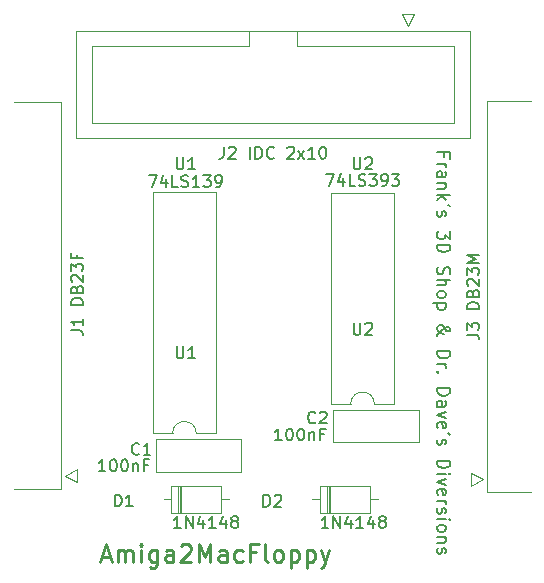
<source format=gbr>
%TF.GenerationSoftware,KiCad,Pcbnew,(5.1.9)-1*%
%TF.CreationDate,2021-07-27T14:06:03-04:00*%
%TF.ProjectId,Amiga2MacFloppy,416d6967-6132-44d6-9163-466c6f707079,1.0*%
%TF.SameCoordinates,Original*%
%TF.FileFunction,Legend,Top*%
%TF.FilePolarity,Positive*%
%FSLAX46Y46*%
G04 Gerber Fmt 4.6, Leading zero omitted, Abs format (unit mm)*
G04 Created by KiCad (PCBNEW (5.1.9)-1) date 2021-07-27 14:06:03*
%MOMM*%
%LPD*%
G01*
G04 APERTURE LIST*
%ADD10C,0.120000*%
%ADD11C,0.250000*%
%ADD12C,0.150000*%
G04 APERTURE END LIST*
D10*
X121767760Y-119492960D02*
X120767760Y-120092960D01*
X121767760Y-120592960D02*
X121767760Y-119492960D01*
X120767760Y-120092960D02*
X121767760Y-120592960D01*
X155167760Y-120992960D02*
X156167760Y-120392960D01*
X155167760Y-119892960D02*
X155167760Y-120992960D01*
X156167760Y-120392960D02*
X155167760Y-119892960D01*
D11*
X123860617Y-126942960D02*
X124574902Y-126942960D01*
X123717760Y-127371531D02*
X124217760Y-125871531D01*
X124717760Y-127371531D01*
X125217760Y-127371531D02*
X125217760Y-126371531D01*
X125217760Y-126514388D02*
X125289188Y-126442960D01*
X125432045Y-126371531D01*
X125646331Y-126371531D01*
X125789188Y-126442960D01*
X125860617Y-126585817D01*
X125860617Y-127371531D01*
X125860617Y-126585817D02*
X125932045Y-126442960D01*
X126074902Y-126371531D01*
X126289188Y-126371531D01*
X126432045Y-126442960D01*
X126503474Y-126585817D01*
X126503474Y-127371531D01*
X127217760Y-127371531D02*
X127217760Y-126371531D01*
X127217760Y-125871531D02*
X127146331Y-125942960D01*
X127217760Y-126014388D01*
X127289188Y-125942960D01*
X127217760Y-125871531D01*
X127217760Y-126014388D01*
X128574902Y-126371531D02*
X128574902Y-127585817D01*
X128503474Y-127728674D01*
X128432045Y-127800102D01*
X128289188Y-127871531D01*
X128074902Y-127871531D01*
X127932045Y-127800102D01*
X128574902Y-127300102D02*
X128432045Y-127371531D01*
X128146331Y-127371531D01*
X128003474Y-127300102D01*
X127932045Y-127228674D01*
X127860617Y-127085817D01*
X127860617Y-126657245D01*
X127932045Y-126514388D01*
X128003474Y-126442960D01*
X128146331Y-126371531D01*
X128432045Y-126371531D01*
X128574902Y-126442960D01*
X129932045Y-127371531D02*
X129932045Y-126585817D01*
X129860617Y-126442960D01*
X129717760Y-126371531D01*
X129432045Y-126371531D01*
X129289188Y-126442960D01*
X129932045Y-127300102D02*
X129789188Y-127371531D01*
X129432045Y-127371531D01*
X129289188Y-127300102D01*
X129217760Y-127157245D01*
X129217760Y-127014388D01*
X129289188Y-126871531D01*
X129432045Y-126800102D01*
X129789188Y-126800102D01*
X129932045Y-126728674D01*
X130574902Y-126014388D02*
X130646331Y-125942960D01*
X130789188Y-125871531D01*
X131146331Y-125871531D01*
X131289188Y-125942960D01*
X131360617Y-126014388D01*
X131432045Y-126157245D01*
X131432045Y-126300102D01*
X131360617Y-126514388D01*
X130503474Y-127371531D01*
X131432045Y-127371531D01*
X132074902Y-127371531D02*
X132074902Y-125871531D01*
X132574902Y-126942960D01*
X133074902Y-125871531D01*
X133074902Y-127371531D01*
X134432045Y-127371531D02*
X134432045Y-126585817D01*
X134360617Y-126442960D01*
X134217760Y-126371531D01*
X133932045Y-126371531D01*
X133789188Y-126442960D01*
X134432045Y-127300102D02*
X134289188Y-127371531D01*
X133932045Y-127371531D01*
X133789188Y-127300102D01*
X133717760Y-127157245D01*
X133717760Y-127014388D01*
X133789188Y-126871531D01*
X133932045Y-126800102D01*
X134289188Y-126800102D01*
X134432045Y-126728674D01*
X135789188Y-127300102D02*
X135646331Y-127371531D01*
X135360617Y-127371531D01*
X135217760Y-127300102D01*
X135146331Y-127228674D01*
X135074902Y-127085817D01*
X135074902Y-126657245D01*
X135146331Y-126514388D01*
X135217760Y-126442960D01*
X135360617Y-126371531D01*
X135646331Y-126371531D01*
X135789188Y-126442960D01*
X136932045Y-126585817D02*
X136432045Y-126585817D01*
X136432045Y-127371531D02*
X136432045Y-125871531D01*
X137146331Y-125871531D01*
X137932045Y-127371531D02*
X137789188Y-127300102D01*
X137717760Y-127157245D01*
X137717760Y-125871531D01*
X138717760Y-127371531D02*
X138574902Y-127300102D01*
X138503474Y-127228674D01*
X138432045Y-127085817D01*
X138432045Y-126657245D01*
X138503474Y-126514388D01*
X138574902Y-126442960D01*
X138717760Y-126371531D01*
X138932045Y-126371531D01*
X139074902Y-126442960D01*
X139146331Y-126514388D01*
X139217760Y-126657245D01*
X139217760Y-127085817D01*
X139146331Y-127228674D01*
X139074902Y-127300102D01*
X138932045Y-127371531D01*
X138717760Y-127371531D01*
X139860617Y-126371531D02*
X139860617Y-127871531D01*
X139860617Y-126442960D02*
X140003474Y-126371531D01*
X140289188Y-126371531D01*
X140432045Y-126442960D01*
X140503474Y-126514388D01*
X140574902Y-126657245D01*
X140574902Y-127085817D01*
X140503474Y-127228674D01*
X140432045Y-127300102D01*
X140289188Y-127371531D01*
X140003474Y-127371531D01*
X139860617Y-127300102D01*
X141217760Y-126371531D02*
X141217760Y-127871531D01*
X141217760Y-126442960D02*
X141360617Y-126371531D01*
X141646331Y-126371531D01*
X141789188Y-126442960D01*
X141860617Y-126514388D01*
X141932045Y-126657245D01*
X141932045Y-127085817D01*
X141860617Y-127228674D01*
X141789188Y-127300102D01*
X141646331Y-127371531D01*
X141360617Y-127371531D01*
X141217760Y-127300102D01*
X142432045Y-126371531D02*
X142789188Y-127371531D01*
X143146331Y-126371531D02*
X142789188Y-127371531D01*
X142646331Y-127728674D01*
X142574902Y-127800102D01*
X142432045Y-127871531D01*
D12*
X152846331Y-93088198D02*
X152846331Y-92721531D01*
X152270140Y-92721531D02*
X153370140Y-92721531D01*
X153370140Y-93245340D01*
X152270140Y-93664388D02*
X153003474Y-93664388D01*
X152793950Y-93664388D02*
X152898712Y-93716769D01*
X152951093Y-93769150D01*
X153003474Y-93873912D01*
X153003474Y-93978674D01*
X152270140Y-94816769D02*
X152846331Y-94816769D01*
X152951093Y-94764388D01*
X153003474Y-94659626D01*
X153003474Y-94450102D01*
X152951093Y-94345340D01*
X152322521Y-94816769D02*
X152270140Y-94712007D01*
X152270140Y-94450102D01*
X152322521Y-94345340D01*
X152427283Y-94292960D01*
X152532045Y-94292960D01*
X152636807Y-94345340D01*
X152689188Y-94450102D01*
X152689188Y-94712007D01*
X152741569Y-94816769D01*
X153003474Y-95340579D02*
X152270140Y-95340579D01*
X152898712Y-95340579D02*
X152951093Y-95392960D01*
X153003474Y-95497721D01*
X153003474Y-95654864D01*
X152951093Y-95759626D01*
X152846331Y-95812007D01*
X152270140Y-95812007D01*
X152270140Y-96335817D02*
X153370140Y-96335817D01*
X152689188Y-96440579D02*
X152270140Y-96754864D01*
X153003474Y-96754864D02*
X152584426Y-96335817D01*
X153370140Y-97278674D02*
X153160617Y-97173912D01*
X152322521Y-97697721D02*
X152270140Y-97802483D01*
X152270140Y-98012007D01*
X152322521Y-98116769D01*
X152427283Y-98169150D01*
X152479664Y-98169150D01*
X152584426Y-98116769D01*
X152636807Y-98012007D01*
X152636807Y-97854864D01*
X152689188Y-97750102D01*
X152793950Y-97697721D01*
X152846331Y-97697721D01*
X152951093Y-97750102D01*
X153003474Y-97854864D01*
X153003474Y-98012007D01*
X152951093Y-98116769D01*
X153370140Y-99373912D02*
X153370140Y-100054864D01*
X152951093Y-99688198D01*
X152951093Y-99845340D01*
X152898712Y-99950102D01*
X152846331Y-100002483D01*
X152741569Y-100054864D01*
X152479664Y-100054864D01*
X152374902Y-100002483D01*
X152322521Y-99950102D01*
X152270140Y-99845340D01*
X152270140Y-99531055D01*
X152322521Y-99426293D01*
X152374902Y-99373912D01*
X152270140Y-100526293D02*
X153370140Y-100526293D01*
X153370140Y-100788198D01*
X153317760Y-100945340D01*
X153212998Y-101050102D01*
X153108236Y-101102483D01*
X152898712Y-101154864D01*
X152741569Y-101154864D01*
X152532045Y-101102483D01*
X152427283Y-101050102D01*
X152322521Y-100945340D01*
X152270140Y-100788198D01*
X152270140Y-100526293D01*
X152322521Y-102412007D02*
X152270140Y-102569150D01*
X152270140Y-102831055D01*
X152322521Y-102935817D01*
X152374902Y-102988198D01*
X152479664Y-103040579D01*
X152584426Y-103040579D01*
X152689188Y-102988198D01*
X152741569Y-102935817D01*
X152793950Y-102831055D01*
X152846331Y-102621531D01*
X152898712Y-102516769D01*
X152951093Y-102464388D01*
X153055855Y-102412007D01*
X153160617Y-102412007D01*
X153265379Y-102464388D01*
X153317760Y-102516769D01*
X153370140Y-102621531D01*
X153370140Y-102883436D01*
X153317760Y-103040579D01*
X152270140Y-103512007D02*
X153370140Y-103512007D01*
X152270140Y-103983436D02*
X152846331Y-103983436D01*
X152951093Y-103931055D01*
X153003474Y-103826293D01*
X153003474Y-103669150D01*
X152951093Y-103564388D01*
X152898712Y-103512007D01*
X152270140Y-104664388D02*
X152322521Y-104559626D01*
X152374902Y-104507245D01*
X152479664Y-104454864D01*
X152793950Y-104454864D01*
X152898712Y-104507245D01*
X152951093Y-104559626D01*
X153003474Y-104664388D01*
X153003474Y-104821531D01*
X152951093Y-104926293D01*
X152898712Y-104978674D01*
X152793950Y-105031055D01*
X152479664Y-105031055D01*
X152374902Y-104978674D01*
X152322521Y-104926293D01*
X152270140Y-104821531D01*
X152270140Y-104664388D01*
X153003474Y-105502483D02*
X151903474Y-105502483D01*
X152951093Y-105502483D02*
X153003474Y-105607245D01*
X153003474Y-105816769D01*
X152951093Y-105921531D01*
X152898712Y-105973912D01*
X152793950Y-106026293D01*
X152479664Y-106026293D01*
X152374902Y-105973912D01*
X152322521Y-105921531D01*
X152270140Y-105816769D01*
X152270140Y-105607245D01*
X152322521Y-105502483D01*
X152270140Y-108226293D02*
X152270140Y-108173912D01*
X152322521Y-108069150D01*
X152479664Y-107912007D01*
X152793950Y-107650102D01*
X152951093Y-107545340D01*
X153108236Y-107492960D01*
X153212998Y-107492960D01*
X153317760Y-107545340D01*
X153370140Y-107650102D01*
X153370140Y-107702483D01*
X153317760Y-107807245D01*
X153212998Y-107859626D01*
X153160617Y-107859626D01*
X153055855Y-107807245D01*
X153003474Y-107754864D01*
X152793950Y-107440579D01*
X152741569Y-107388198D01*
X152636807Y-107335817D01*
X152479664Y-107335817D01*
X152374902Y-107388198D01*
X152322521Y-107440579D01*
X152270140Y-107545340D01*
X152270140Y-107702483D01*
X152322521Y-107807245D01*
X152374902Y-107859626D01*
X152584426Y-108016769D01*
X152741569Y-108069150D01*
X152846331Y-108069150D01*
X152270140Y-109535817D02*
X153370140Y-109535817D01*
X153370140Y-109797721D01*
X153317760Y-109954864D01*
X153212998Y-110059626D01*
X153108236Y-110112007D01*
X152898712Y-110164388D01*
X152741569Y-110164388D01*
X152532045Y-110112007D01*
X152427283Y-110059626D01*
X152322521Y-109954864D01*
X152270140Y-109797721D01*
X152270140Y-109535817D01*
X152270140Y-110635817D02*
X153003474Y-110635817D01*
X152793950Y-110635817D02*
X152898712Y-110688198D01*
X152951093Y-110740579D01*
X153003474Y-110845340D01*
X153003474Y-110950102D01*
X152374902Y-111316769D02*
X152322521Y-111369150D01*
X152270140Y-111316769D01*
X152322521Y-111264388D01*
X152374902Y-111316769D01*
X152270140Y-111316769D01*
X152270140Y-112678674D02*
X153370140Y-112678674D01*
X153370140Y-112940579D01*
X153317760Y-113097721D01*
X153212998Y-113202483D01*
X153108236Y-113254864D01*
X152898712Y-113307245D01*
X152741569Y-113307245D01*
X152532045Y-113254864D01*
X152427283Y-113202483D01*
X152322521Y-113097721D01*
X152270140Y-112940579D01*
X152270140Y-112678674D01*
X152270140Y-114250102D02*
X152846331Y-114250102D01*
X152951093Y-114197721D01*
X153003474Y-114092960D01*
X153003474Y-113883436D01*
X152951093Y-113778674D01*
X152322521Y-114250102D02*
X152270140Y-114145340D01*
X152270140Y-113883436D01*
X152322521Y-113778674D01*
X152427283Y-113726293D01*
X152532045Y-113726293D01*
X152636807Y-113778674D01*
X152689188Y-113883436D01*
X152689188Y-114145340D01*
X152741569Y-114250102D01*
X153003474Y-114669150D02*
X152270140Y-114931055D01*
X153003474Y-115192960D01*
X152322521Y-116031055D02*
X152270140Y-115926293D01*
X152270140Y-115716769D01*
X152322521Y-115612007D01*
X152427283Y-115559626D01*
X152846331Y-115559626D01*
X152951093Y-115612007D01*
X153003474Y-115716769D01*
X153003474Y-115926293D01*
X152951093Y-116031055D01*
X152846331Y-116083436D01*
X152741569Y-116083436D01*
X152636807Y-115559626D01*
X153370140Y-116607245D02*
X153160617Y-116502483D01*
X152322521Y-117026293D02*
X152270140Y-117131055D01*
X152270140Y-117340579D01*
X152322521Y-117445340D01*
X152427283Y-117497721D01*
X152479664Y-117497721D01*
X152584426Y-117445340D01*
X152636807Y-117340579D01*
X152636807Y-117183436D01*
X152689188Y-117078674D01*
X152793950Y-117026293D01*
X152846331Y-117026293D01*
X152951093Y-117078674D01*
X153003474Y-117183436D01*
X153003474Y-117340579D01*
X152951093Y-117445340D01*
X152270140Y-118807245D02*
X153370140Y-118807245D01*
X153370140Y-119069150D01*
X153317760Y-119226293D01*
X153212998Y-119331055D01*
X153108236Y-119383436D01*
X152898712Y-119435817D01*
X152741569Y-119435817D01*
X152532045Y-119383436D01*
X152427283Y-119331055D01*
X152322521Y-119226293D01*
X152270140Y-119069150D01*
X152270140Y-118807245D01*
X152270140Y-119907245D02*
X153003474Y-119907245D01*
X153370140Y-119907245D02*
X153317760Y-119854864D01*
X153265379Y-119907245D01*
X153317760Y-119959626D01*
X153370140Y-119907245D01*
X153265379Y-119907245D01*
X153003474Y-120326293D02*
X152270140Y-120588198D01*
X153003474Y-120850102D01*
X152322521Y-121688198D02*
X152270140Y-121583436D01*
X152270140Y-121373912D01*
X152322521Y-121269150D01*
X152427283Y-121216769D01*
X152846331Y-121216769D01*
X152951093Y-121269150D01*
X153003474Y-121373912D01*
X153003474Y-121583436D01*
X152951093Y-121688198D01*
X152846331Y-121740579D01*
X152741569Y-121740579D01*
X152636807Y-121216769D01*
X152270140Y-122212007D02*
X153003474Y-122212007D01*
X152793950Y-122212007D02*
X152898712Y-122264388D01*
X152951093Y-122316769D01*
X153003474Y-122421531D01*
X153003474Y-122526293D01*
X152322521Y-122840579D02*
X152270140Y-122945340D01*
X152270140Y-123154864D01*
X152322521Y-123259626D01*
X152427283Y-123312007D01*
X152479664Y-123312007D01*
X152584426Y-123259626D01*
X152636807Y-123154864D01*
X152636807Y-122997721D01*
X152689188Y-122892959D01*
X152793950Y-122840579D01*
X152846331Y-122840579D01*
X152951093Y-122892959D01*
X153003474Y-122997721D01*
X153003474Y-123154864D01*
X152951093Y-123259626D01*
X152270140Y-123783436D02*
X153003474Y-123783436D01*
X153370140Y-123783436D02*
X153317760Y-123731055D01*
X153265379Y-123783436D01*
X153317760Y-123835817D01*
X153370140Y-123783436D01*
X153265379Y-123783436D01*
X152270140Y-124464388D02*
X152322521Y-124359626D01*
X152374902Y-124307245D01*
X152479664Y-124254864D01*
X152793950Y-124254864D01*
X152898712Y-124307245D01*
X152951093Y-124359626D01*
X153003474Y-124464388D01*
X153003474Y-124621531D01*
X152951093Y-124726293D01*
X152898712Y-124778674D01*
X152793950Y-124831055D01*
X152479664Y-124831055D01*
X152374902Y-124778674D01*
X152322521Y-124726293D01*
X152270140Y-124621531D01*
X152270140Y-124464388D01*
X153003474Y-125302483D02*
X152270140Y-125302483D01*
X152898712Y-125302483D02*
X152951093Y-125354864D01*
X153003474Y-125459626D01*
X153003474Y-125616769D01*
X152951093Y-125721531D01*
X152846331Y-125773912D01*
X152270140Y-125773912D01*
X152322521Y-126245340D02*
X152270140Y-126350102D01*
X152270140Y-126559626D01*
X152322521Y-126664388D01*
X152427283Y-126716769D01*
X152479664Y-126716769D01*
X152584426Y-126664388D01*
X152636807Y-126559626D01*
X152636807Y-126402483D01*
X152689188Y-126297721D01*
X152793950Y-126245340D01*
X152846331Y-126245340D01*
X152951093Y-126297721D01*
X153003474Y-126402483D01*
X153003474Y-126559626D01*
X152951093Y-126664388D01*
D10*
%TO.C,J3*%
X160208000Y-88405667D02*
X156468000Y-88405667D01*
X156468000Y-88405667D02*
X156468000Y-121472333D01*
X156468000Y-121472333D02*
X160208000Y-121472333D01*
%TO.C,J1*%
X120444000Y-88420667D02*
X116412000Y-88420667D01*
X120444000Y-121233333D02*
X120444000Y-88420667D01*
X116412000Y-121233333D02*
X120444000Y-121233333D01*
%TO.C,D2*%
X142958000Y-120973000D02*
X142958000Y-123213000D01*
X143198000Y-120973000D02*
X143198000Y-123213000D01*
X143078000Y-120973000D02*
X143078000Y-123213000D01*
X147248000Y-122093000D02*
X146598000Y-122093000D01*
X141708000Y-122093000D02*
X142358000Y-122093000D01*
X146598000Y-120973000D02*
X142358000Y-120973000D01*
X146598000Y-123213000D02*
X146598000Y-120973000D01*
X142358000Y-123213000D02*
X146598000Y-123213000D01*
X142358000Y-120973000D02*
X142358000Y-123213000D01*
%TO.C,D1*%
X130358000Y-120973000D02*
X130358000Y-123213000D01*
X130598000Y-120973000D02*
X130598000Y-123213000D01*
X130478000Y-120973000D02*
X130478000Y-123213000D01*
X134648000Y-122093000D02*
X133998000Y-122093000D01*
X129108000Y-122093000D02*
X129758000Y-122093000D01*
X133998000Y-120973000D02*
X129758000Y-120973000D01*
X133998000Y-123213000D02*
X133998000Y-120973000D01*
X129758000Y-123213000D02*
X133998000Y-123213000D01*
X129758000Y-120973000D02*
X129758000Y-123213000D01*
%TO.C,C1*%
X135688000Y-117023000D02*
X135688000Y-119763000D01*
X128448000Y-117023000D02*
X128448000Y-119763000D01*
X128448000Y-119763000D02*
X135688000Y-119763000D01*
X128448000Y-117023000D02*
X135688000Y-117023000D01*
%TO.C,C2*%
X150688000Y-114523000D02*
X150688000Y-117263000D01*
X143448000Y-114523000D02*
X143448000Y-117263000D01*
X143448000Y-117263000D02*
X150688000Y-117263000D01*
X143448000Y-114523000D02*
X150688000Y-114523000D01*
%TO.C,J2*%
X155010000Y-82403000D02*
X155010000Y-91523000D01*
X155010000Y-91523000D02*
X121730000Y-91523000D01*
X121730000Y-91523000D02*
X121730000Y-82403000D01*
X121730000Y-82403000D02*
X155010000Y-82403000D01*
X140420000Y-82403000D02*
X140420000Y-83713000D01*
X140420000Y-83713000D02*
X153710000Y-83713000D01*
X153710000Y-83713000D02*
X153710000Y-90213000D01*
X153710000Y-90213000D02*
X123030000Y-90213000D01*
X123030000Y-90213000D02*
X123030000Y-83713000D01*
X123030000Y-83713000D02*
X136320000Y-83713000D01*
X136320000Y-83713000D02*
X136320000Y-83713000D01*
X136320000Y-83713000D02*
X136320000Y-82403000D01*
X149800000Y-82013000D02*
X150300000Y-81013000D01*
X150300000Y-81013000D02*
X149300000Y-81013000D01*
X149300000Y-81013000D02*
X149800000Y-82013000D01*
%TO.C,U2*%
X143297000Y-114014000D02*
X144947000Y-114014000D01*
X143297000Y-96114000D02*
X143297000Y-114014000D01*
X148597000Y-96114000D02*
X143297000Y-96114000D01*
X148597000Y-114014000D02*
X148597000Y-96114000D01*
X146947000Y-114014000D02*
X148597000Y-114014000D01*
X144947000Y-114014000D02*
G75*
G02*
X146947000Y-114014000I1000000J0D01*
G01*
%TO.C,U1*%
X128214000Y-116498000D02*
X129864000Y-116498000D01*
X128214000Y-96058000D02*
X128214000Y-116498000D01*
X133514000Y-96058000D02*
X128214000Y-96058000D01*
X133514000Y-116498000D02*
X133514000Y-96058000D01*
X131864000Y-116498000D02*
X133514000Y-116498000D01*
X129864000Y-116498000D02*
G75*
G02*
X131864000Y-116498000I1000000J0D01*
G01*
%TO.C,J3*%
D12*
X154811380Y-108141495D02*
X155525666Y-108141495D01*
X155668523Y-108189114D01*
X155763761Y-108284352D01*
X155811380Y-108427209D01*
X155811380Y-108522447D01*
X154811380Y-107760542D02*
X154811380Y-107141495D01*
X155192333Y-107474828D01*
X155192333Y-107331971D01*
X155239952Y-107236733D01*
X155287571Y-107189114D01*
X155382809Y-107141495D01*
X155620904Y-107141495D01*
X155716142Y-107189114D01*
X155763761Y-107236733D01*
X155811380Y-107331971D01*
X155811380Y-107617685D01*
X155763761Y-107712923D01*
X155716142Y-107760542D01*
X155811380Y-105951019D02*
X154811380Y-105951019D01*
X154811380Y-105712923D01*
X154859000Y-105570066D01*
X154954238Y-105474828D01*
X155049476Y-105427209D01*
X155239952Y-105379590D01*
X155382809Y-105379590D01*
X155573285Y-105427209D01*
X155668523Y-105474828D01*
X155763761Y-105570066D01*
X155811380Y-105712923D01*
X155811380Y-105951019D01*
X155287571Y-104617685D02*
X155335190Y-104474828D01*
X155382809Y-104427209D01*
X155478047Y-104379590D01*
X155620904Y-104379590D01*
X155716142Y-104427209D01*
X155763761Y-104474828D01*
X155811380Y-104570066D01*
X155811380Y-104951019D01*
X154811380Y-104951019D01*
X154811380Y-104617685D01*
X154859000Y-104522447D01*
X154906619Y-104474828D01*
X155001857Y-104427209D01*
X155097095Y-104427209D01*
X155192333Y-104474828D01*
X155239952Y-104522447D01*
X155287571Y-104617685D01*
X155287571Y-104951019D01*
X154906619Y-103998638D02*
X154859000Y-103951019D01*
X154811380Y-103855780D01*
X154811380Y-103617685D01*
X154859000Y-103522447D01*
X154906619Y-103474828D01*
X155001857Y-103427209D01*
X155097095Y-103427209D01*
X155239952Y-103474828D01*
X155811380Y-104046257D01*
X155811380Y-103427209D01*
X154811380Y-103093876D02*
X154811380Y-102474828D01*
X155192333Y-102808161D01*
X155192333Y-102665304D01*
X155239952Y-102570066D01*
X155287571Y-102522447D01*
X155382809Y-102474828D01*
X155620904Y-102474828D01*
X155716142Y-102522447D01*
X155763761Y-102570066D01*
X155811380Y-102665304D01*
X155811380Y-102951019D01*
X155763761Y-103046257D01*
X155716142Y-103093876D01*
X155811380Y-102046257D02*
X154811380Y-102046257D01*
X155525666Y-101712923D01*
X154811380Y-101379590D01*
X155811380Y-101379590D01*
%TO.C,J1*%
X121269480Y-107790138D02*
X121983766Y-107790138D01*
X122126623Y-107837757D01*
X122221861Y-107932995D01*
X122269480Y-108075852D01*
X122269480Y-108171090D01*
X122269480Y-106790138D02*
X122269480Y-107361566D01*
X122269480Y-107075852D02*
X121269480Y-107075852D01*
X121412338Y-107171090D01*
X121507576Y-107266328D01*
X121555195Y-107361566D01*
X122269480Y-105599661D02*
X121269480Y-105599661D01*
X121269480Y-105361566D01*
X121317100Y-105218709D01*
X121412338Y-105123471D01*
X121507576Y-105075852D01*
X121698052Y-105028233D01*
X121840909Y-105028233D01*
X122031385Y-105075852D01*
X122126623Y-105123471D01*
X122221861Y-105218709D01*
X122269480Y-105361566D01*
X122269480Y-105599661D01*
X121745671Y-104266328D02*
X121793290Y-104123471D01*
X121840909Y-104075852D01*
X121936147Y-104028233D01*
X122079004Y-104028233D01*
X122174242Y-104075852D01*
X122221861Y-104123471D01*
X122269480Y-104218709D01*
X122269480Y-104599661D01*
X121269480Y-104599661D01*
X121269480Y-104266328D01*
X121317100Y-104171090D01*
X121364719Y-104123471D01*
X121459957Y-104075852D01*
X121555195Y-104075852D01*
X121650433Y-104123471D01*
X121698052Y-104171090D01*
X121745671Y-104266328D01*
X121745671Y-104599661D01*
X121364719Y-103647280D02*
X121317100Y-103599661D01*
X121269480Y-103504423D01*
X121269480Y-103266328D01*
X121317100Y-103171090D01*
X121364719Y-103123471D01*
X121459957Y-103075852D01*
X121555195Y-103075852D01*
X121698052Y-103123471D01*
X122269480Y-103694900D01*
X122269480Y-103075852D01*
X121269480Y-102742519D02*
X121269480Y-102123471D01*
X121650433Y-102456804D01*
X121650433Y-102313947D01*
X121698052Y-102218709D01*
X121745671Y-102171090D01*
X121840909Y-102123471D01*
X122079004Y-102123471D01*
X122174242Y-102171090D01*
X122221861Y-102218709D01*
X122269480Y-102313947D01*
X122269480Y-102599661D01*
X122221861Y-102694900D01*
X122174242Y-102742519D01*
X121745671Y-101361566D02*
X121745671Y-101694900D01*
X122269480Y-101694900D02*
X121269480Y-101694900D01*
X121269480Y-101218709D01*
%TO.C,D2*%
X137549904Y-122705380D02*
X137549904Y-121705380D01*
X137788000Y-121705380D01*
X137930857Y-121753000D01*
X138026095Y-121848238D01*
X138073714Y-121943476D01*
X138121333Y-122133952D01*
X138121333Y-122276809D01*
X138073714Y-122467285D01*
X138026095Y-122562523D01*
X137930857Y-122657761D01*
X137788000Y-122705380D01*
X137549904Y-122705380D01*
X138502285Y-121800619D02*
X138549904Y-121753000D01*
X138645142Y-121705380D01*
X138883238Y-121705380D01*
X138978476Y-121753000D01*
X139026095Y-121800619D01*
X139073714Y-121895857D01*
X139073714Y-121991095D01*
X139026095Y-122133952D01*
X138454666Y-122705380D01*
X139073714Y-122705380D01*
X143054902Y-124515340D02*
X142483474Y-124515340D01*
X142769188Y-124515340D02*
X142769188Y-123515340D01*
X142673950Y-123658198D01*
X142578712Y-123753436D01*
X142483474Y-123801055D01*
X143483474Y-124515340D02*
X143483474Y-123515340D01*
X144054902Y-124515340D01*
X144054902Y-123515340D01*
X144959664Y-123848674D02*
X144959664Y-124515340D01*
X144721569Y-123467721D02*
X144483474Y-124182007D01*
X145102521Y-124182007D01*
X146007283Y-124515340D02*
X145435855Y-124515340D01*
X145721569Y-124515340D02*
X145721569Y-123515340D01*
X145626331Y-123658198D01*
X145531093Y-123753436D01*
X145435855Y-123801055D01*
X146864426Y-123848674D02*
X146864426Y-124515340D01*
X146626331Y-123467721D02*
X146388236Y-124182007D01*
X147007283Y-124182007D01*
X147531093Y-123943912D02*
X147435855Y-123896293D01*
X147388236Y-123848674D01*
X147340617Y-123753436D01*
X147340617Y-123705817D01*
X147388236Y-123610579D01*
X147435855Y-123562960D01*
X147531093Y-123515340D01*
X147721569Y-123515340D01*
X147816807Y-123562960D01*
X147864426Y-123610579D01*
X147912045Y-123705817D01*
X147912045Y-123753436D01*
X147864426Y-123848674D01*
X147816807Y-123896293D01*
X147721569Y-123943912D01*
X147531093Y-123943912D01*
X147435855Y-123991531D01*
X147388236Y-124039150D01*
X147340617Y-124134388D01*
X147340617Y-124324864D01*
X147388236Y-124420102D01*
X147435855Y-124467721D01*
X147531093Y-124515340D01*
X147721569Y-124515340D01*
X147816807Y-124467721D01*
X147864426Y-124420102D01*
X147912045Y-124324864D01*
X147912045Y-124134388D01*
X147864426Y-124039150D01*
X147816807Y-123991531D01*
X147721569Y-123943912D01*
%TO.C,D1*%
X124969904Y-122695380D02*
X124969904Y-121695380D01*
X125208000Y-121695380D01*
X125350857Y-121743000D01*
X125446095Y-121838238D01*
X125493714Y-121933476D01*
X125541333Y-122123952D01*
X125541333Y-122266809D01*
X125493714Y-122457285D01*
X125446095Y-122552523D01*
X125350857Y-122647761D01*
X125208000Y-122695380D01*
X124969904Y-122695380D01*
X126493714Y-122695380D02*
X125922285Y-122695380D01*
X126208000Y-122695380D02*
X126208000Y-121695380D01*
X126112761Y-121838238D01*
X126017523Y-121933476D01*
X125922285Y-121981095D01*
X130554902Y-124515340D02*
X129983474Y-124515340D01*
X130269188Y-124515340D02*
X130269188Y-123515340D01*
X130173950Y-123658198D01*
X130078712Y-123753436D01*
X129983474Y-123801055D01*
X130983474Y-124515340D02*
X130983474Y-123515340D01*
X131554902Y-124515340D01*
X131554902Y-123515340D01*
X132459664Y-123848674D02*
X132459664Y-124515340D01*
X132221569Y-123467721D02*
X131983474Y-124182007D01*
X132602521Y-124182007D01*
X133507283Y-124515340D02*
X132935855Y-124515340D01*
X133221569Y-124515340D02*
X133221569Y-123515340D01*
X133126331Y-123658198D01*
X133031093Y-123753436D01*
X132935855Y-123801055D01*
X134364426Y-123848674D02*
X134364426Y-124515340D01*
X134126331Y-123467721D02*
X133888236Y-124182007D01*
X134507283Y-124182007D01*
X135031093Y-123943912D02*
X134935855Y-123896293D01*
X134888236Y-123848674D01*
X134840617Y-123753436D01*
X134840617Y-123705817D01*
X134888236Y-123610579D01*
X134935855Y-123562960D01*
X135031093Y-123515340D01*
X135221569Y-123515340D01*
X135316807Y-123562960D01*
X135364426Y-123610579D01*
X135412045Y-123705817D01*
X135412045Y-123753436D01*
X135364426Y-123848674D01*
X135316807Y-123896293D01*
X135221569Y-123943912D01*
X135031093Y-123943912D01*
X134935855Y-123991531D01*
X134888236Y-124039150D01*
X134840617Y-124134388D01*
X134840617Y-124324864D01*
X134888236Y-124420102D01*
X134935855Y-124467721D01*
X135031093Y-124515340D01*
X135221569Y-124515340D01*
X135316807Y-124467721D01*
X135364426Y-124420102D01*
X135412045Y-124324864D01*
X135412045Y-124134388D01*
X135364426Y-124039150D01*
X135316807Y-123991531D01*
X135221569Y-123943912D01*
%TO.C,C1*%
X127031093Y-118230102D02*
X126983474Y-118277721D01*
X126840617Y-118325340D01*
X126745379Y-118325340D01*
X126602521Y-118277721D01*
X126507283Y-118182483D01*
X126459664Y-118087245D01*
X126412045Y-117896769D01*
X126412045Y-117753912D01*
X126459664Y-117563436D01*
X126507283Y-117468198D01*
X126602521Y-117372960D01*
X126745379Y-117325340D01*
X126840617Y-117325340D01*
X126983474Y-117372960D01*
X127031093Y-117420579D01*
X127983474Y-118325340D02*
X127412045Y-118325340D01*
X127697760Y-118325340D02*
X127697760Y-117325340D01*
X127602521Y-117468198D01*
X127507283Y-117563436D01*
X127412045Y-117611055D01*
X124180140Y-119705340D02*
X123608712Y-119705340D01*
X123894426Y-119705340D02*
X123894426Y-118705340D01*
X123799188Y-118848198D01*
X123703950Y-118943436D01*
X123608712Y-118991055D01*
X124799188Y-118705340D02*
X124894426Y-118705340D01*
X124989664Y-118752960D01*
X125037283Y-118800579D01*
X125084902Y-118895817D01*
X125132521Y-119086293D01*
X125132521Y-119324388D01*
X125084902Y-119514864D01*
X125037283Y-119610102D01*
X124989664Y-119657721D01*
X124894426Y-119705340D01*
X124799188Y-119705340D01*
X124703950Y-119657721D01*
X124656331Y-119610102D01*
X124608712Y-119514864D01*
X124561093Y-119324388D01*
X124561093Y-119086293D01*
X124608712Y-118895817D01*
X124656331Y-118800579D01*
X124703950Y-118752960D01*
X124799188Y-118705340D01*
X125751569Y-118705340D02*
X125846807Y-118705340D01*
X125942045Y-118752960D01*
X125989664Y-118800579D01*
X126037283Y-118895817D01*
X126084902Y-119086293D01*
X126084902Y-119324388D01*
X126037283Y-119514864D01*
X125989664Y-119610102D01*
X125942045Y-119657721D01*
X125846807Y-119705340D01*
X125751569Y-119705340D01*
X125656331Y-119657721D01*
X125608712Y-119610102D01*
X125561093Y-119514864D01*
X125513474Y-119324388D01*
X125513474Y-119086293D01*
X125561093Y-118895817D01*
X125608712Y-118800579D01*
X125656331Y-118752960D01*
X125751569Y-118705340D01*
X126513474Y-119038674D02*
X126513474Y-119705340D01*
X126513474Y-119133912D02*
X126561093Y-119086293D01*
X126656331Y-119038674D01*
X126799188Y-119038674D01*
X126894426Y-119086293D01*
X126942045Y-119181531D01*
X126942045Y-119705340D01*
X127751569Y-119181531D02*
X127418236Y-119181531D01*
X127418236Y-119705340D02*
X127418236Y-118705340D01*
X127894426Y-118705340D01*
%TO.C,C2*%
X141951093Y-115570102D02*
X141903474Y-115617721D01*
X141760617Y-115665340D01*
X141665379Y-115665340D01*
X141522521Y-115617721D01*
X141427283Y-115522483D01*
X141379664Y-115427245D01*
X141332045Y-115236769D01*
X141332045Y-115093912D01*
X141379664Y-114903436D01*
X141427283Y-114808198D01*
X141522521Y-114712960D01*
X141665379Y-114665340D01*
X141760617Y-114665340D01*
X141903474Y-114712960D01*
X141951093Y-114760579D01*
X142332045Y-114760579D02*
X142379664Y-114712960D01*
X142474902Y-114665340D01*
X142712998Y-114665340D01*
X142808236Y-114712960D01*
X142855855Y-114760579D01*
X142903474Y-114855817D01*
X142903474Y-114951055D01*
X142855855Y-115093912D01*
X142284426Y-115665340D01*
X142903474Y-115665340D01*
X139100140Y-117095340D02*
X138528712Y-117095340D01*
X138814426Y-117095340D02*
X138814426Y-116095340D01*
X138719188Y-116238198D01*
X138623950Y-116333436D01*
X138528712Y-116381055D01*
X139719188Y-116095340D02*
X139814426Y-116095340D01*
X139909664Y-116142960D01*
X139957283Y-116190579D01*
X140004902Y-116285817D01*
X140052521Y-116476293D01*
X140052521Y-116714388D01*
X140004902Y-116904864D01*
X139957283Y-117000102D01*
X139909664Y-117047721D01*
X139814426Y-117095340D01*
X139719188Y-117095340D01*
X139623950Y-117047721D01*
X139576331Y-117000102D01*
X139528712Y-116904864D01*
X139481093Y-116714388D01*
X139481093Y-116476293D01*
X139528712Y-116285817D01*
X139576331Y-116190579D01*
X139623950Y-116142960D01*
X139719188Y-116095340D01*
X140671569Y-116095340D02*
X140766807Y-116095340D01*
X140862045Y-116142960D01*
X140909664Y-116190579D01*
X140957283Y-116285817D01*
X141004902Y-116476293D01*
X141004902Y-116714388D01*
X140957283Y-116904864D01*
X140909664Y-117000102D01*
X140862045Y-117047721D01*
X140766807Y-117095340D01*
X140671569Y-117095340D01*
X140576331Y-117047721D01*
X140528712Y-117000102D01*
X140481093Y-116904864D01*
X140433474Y-116714388D01*
X140433474Y-116476293D01*
X140481093Y-116285817D01*
X140528712Y-116190579D01*
X140576331Y-116142960D01*
X140671569Y-116095340D01*
X141433474Y-116428674D02*
X141433474Y-117095340D01*
X141433474Y-116523912D02*
X141481093Y-116476293D01*
X141576331Y-116428674D01*
X141719188Y-116428674D01*
X141814426Y-116476293D01*
X141862045Y-116571531D01*
X141862045Y-117095340D01*
X142671569Y-116571531D02*
X142338236Y-116571531D01*
X142338236Y-117095340D02*
X142338236Y-116095340D01*
X142814426Y-116095340D01*
%TO.C,J2*%
X134203333Y-92245340D02*
X134203333Y-92959626D01*
X134155714Y-93102483D01*
X134060476Y-93197721D01*
X133917619Y-93245340D01*
X133822380Y-93245340D01*
X134631904Y-92340579D02*
X134679523Y-92292960D01*
X134774761Y-92245340D01*
X135012857Y-92245340D01*
X135108095Y-92292960D01*
X135155714Y-92340579D01*
X135203333Y-92435817D01*
X135203333Y-92531055D01*
X135155714Y-92673912D01*
X134584285Y-93245340D01*
X135203333Y-93245340D01*
X136393809Y-93245340D02*
X136393809Y-92245340D01*
X136870000Y-93245340D02*
X136870000Y-92245340D01*
X137108095Y-92245340D01*
X137250952Y-92292960D01*
X137346190Y-92388198D01*
X137393809Y-92483436D01*
X137441428Y-92673912D01*
X137441428Y-92816769D01*
X137393809Y-93007245D01*
X137346190Y-93102483D01*
X137250952Y-93197721D01*
X137108095Y-93245340D01*
X136870000Y-93245340D01*
X138441428Y-93150102D02*
X138393809Y-93197721D01*
X138250952Y-93245340D01*
X138155714Y-93245340D01*
X138012857Y-93197721D01*
X137917619Y-93102483D01*
X137870000Y-93007245D01*
X137822380Y-92816769D01*
X137822380Y-92673912D01*
X137870000Y-92483436D01*
X137917619Y-92388198D01*
X138012857Y-92292960D01*
X138155714Y-92245340D01*
X138250952Y-92245340D01*
X138393809Y-92292960D01*
X138441428Y-92340579D01*
X139584285Y-92340579D02*
X139631904Y-92292960D01*
X139727142Y-92245340D01*
X139965238Y-92245340D01*
X140060476Y-92292960D01*
X140108095Y-92340579D01*
X140155714Y-92435817D01*
X140155714Y-92531055D01*
X140108095Y-92673912D01*
X139536666Y-93245340D01*
X140155714Y-93245340D01*
X140489047Y-93245340D02*
X141012857Y-92578674D01*
X140489047Y-92578674D02*
X141012857Y-93245340D01*
X141917619Y-93245340D02*
X141346190Y-93245340D01*
X141631904Y-93245340D02*
X141631904Y-92245340D01*
X141536666Y-92388198D01*
X141441428Y-92483436D01*
X141346190Y-92531055D01*
X142536666Y-92245340D02*
X142631904Y-92245340D01*
X142727142Y-92292960D01*
X142774761Y-92340579D01*
X142822380Y-92435817D01*
X142870000Y-92626293D01*
X142870000Y-92864388D01*
X142822380Y-93054864D01*
X142774761Y-93150102D01*
X142727142Y-93197721D01*
X142631904Y-93245340D01*
X142536666Y-93245340D01*
X142441428Y-93197721D01*
X142393809Y-93150102D01*
X142346190Y-93054864D01*
X142298571Y-92864388D01*
X142298571Y-92626293D01*
X142346190Y-92435817D01*
X142393809Y-92340579D01*
X142441428Y-92292960D01*
X142536666Y-92245340D01*
%TO.C,U2*%
X145185095Y-93145340D02*
X145185095Y-93954864D01*
X145232714Y-94050102D01*
X145280333Y-94097721D01*
X145375571Y-94145340D01*
X145566047Y-94145340D01*
X145661285Y-94097721D01*
X145708904Y-94050102D01*
X145756523Y-93954864D01*
X145756523Y-93145340D01*
X146185095Y-93240579D02*
X146232714Y-93192960D01*
X146327952Y-93145340D01*
X146566047Y-93145340D01*
X146661285Y-93192960D01*
X146708904Y-93240579D01*
X146756523Y-93335817D01*
X146756523Y-93431055D01*
X146708904Y-93573912D01*
X146137476Y-94145340D01*
X146756523Y-94145340D01*
X142848712Y-94545340D02*
X143515379Y-94545340D01*
X143086807Y-95545340D01*
X144324902Y-94878674D02*
X144324902Y-95545340D01*
X144086807Y-94497721D02*
X143848712Y-95212007D01*
X144467760Y-95212007D01*
X145324902Y-95545340D02*
X144848712Y-95545340D01*
X144848712Y-94545340D01*
X145610617Y-95497721D02*
X145753474Y-95545340D01*
X145991569Y-95545340D01*
X146086807Y-95497721D01*
X146134426Y-95450102D01*
X146182045Y-95354864D01*
X146182045Y-95259626D01*
X146134426Y-95164388D01*
X146086807Y-95116769D01*
X145991569Y-95069150D01*
X145801093Y-95021531D01*
X145705855Y-94973912D01*
X145658236Y-94926293D01*
X145610617Y-94831055D01*
X145610617Y-94735817D01*
X145658236Y-94640579D01*
X145705855Y-94592960D01*
X145801093Y-94545340D01*
X146039188Y-94545340D01*
X146182045Y-94592960D01*
X146515379Y-94545340D02*
X147134426Y-94545340D01*
X146801093Y-94926293D01*
X146943950Y-94926293D01*
X147039188Y-94973912D01*
X147086807Y-95021531D01*
X147134426Y-95116769D01*
X147134426Y-95354864D01*
X147086807Y-95450102D01*
X147039188Y-95497721D01*
X146943950Y-95545340D01*
X146658236Y-95545340D01*
X146562998Y-95497721D01*
X146515379Y-95450102D01*
X147610617Y-95545340D02*
X147801093Y-95545340D01*
X147896331Y-95497721D01*
X147943950Y-95450102D01*
X148039188Y-95307245D01*
X148086807Y-95116769D01*
X148086807Y-94735817D01*
X148039188Y-94640579D01*
X147991569Y-94592960D01*
X147896331Y-94545340D01*
X147705855Y-94545340D01*
X147610617Y-94592960D01*
X147562998Y-94640579D01*
X147515379Y-94735817D01*
X147515379Y-94973912D01*
X147562998Y-95069150D01*
X147610617Y-95116769D01*
X147705855Y-95164388D01*
X147896331Y-95164388D01*
X147991569Y-95116769D01*
X148039188Y-95069150D01*
X148086807Y-94973912D01*
X148420140Y-94545340D02*
X149039188Y-94545340D01*
X148705855Y-94926293D01*
X148848712Y-94926293D01*
X148943950Y-94973912D01*
X148991569Y-95021531D01*
X149039188Y-95116769D01*
X149039188Y-95354864D01*
X148991569Y-95450102D01*
X148943950Y-95497721D01*
X148848712Y-95545340D01*
X148562998Y-95545340D01*
X148467760Y-95497721D01*
X148420140Y-95450102D01*
X145185095Y-107145340D02*
X145185095Y-107954864D01*
X145232714Y-108050102D01*
X145280333Y-108097721D01*
X145375571Y-108145340D01*
X145566047Y-108145340D01*
X145661285Y-108097721D01*
X145708904Y-108050102D01*
X145756523Y-107954864D01*
X145756523Y-107145340D01*
X146185095Y-107240579D02*
X146232714Y-107192960D01*
X146327952Y-107145340D01*
X146566047Y-107145340D01*
X146661285Y-107192960D01*
X146708904Y-107240579D01*
X146756523Y-107335817D01*
X146756523Y-107431055D01*
X146708904Y-107573912D01*
X146137476Y-108145340D01*
X146756523Y-108145340D01*
%TO.C,U1*%
X130198595Y-93145340D02*
X130198595Y-93954864D01*
X130246214Y-94050102D01*
X130293833Y-94097721D01*
X130389071Y-94145340D01*
X130579547Y-94145340D01*
X130674785Y-94097721D01*
X130722404Y-94050102D01*
X130770023Y-93954864D01*
X130770023Y-93145340D01*
X131770023Y-94145340D02*
X131198595Y-94145340D01*
X131484309Y-94145340D02*
X131484309Y-93145340D01*
X131389071Y-93288198D01*
X131293833Y-93383436D01*
X131198595Y-93431055D01*
X127848712Y-94645340D02*
X128515379Y-94645340D01*
X128086807Y-95645340D01*
X129324902Y-94978674D02*
X129324902Y-95645340D01*
X129086807Y-94597721D02*
X128848712Y-95312007D01*
X129467760Y-95312007D01*
X130324902Y-95645340D02*
X129848712Y-95645340D01*
X129848712Y-94645340D01*
X130610617Y-95597721D02*
X130753474Y-95645340D01*
X130991569Y-95645340D01*
X131086807Y-95597721D01*
X131134426Y-95550102D01*
X131182045Y-95454864D01*
X131182045Y-95359626D01*
X131134426Y-95264388D01*
X131086807Y-95216769D01*
X130991569Y-95169150D01*
X130801093Y-95121531D01*
X130705855Y-95073912D01*
X130658236Y-95026293D01*
X130610617Y-94931055D01*
X130610617Y-94835817D01*
X130658236Y-94740579D01*
X130705855Y-94692960D01*
X130801093Y-94645340D01*
X131039188Y-94645340D01*
X131182045Y-94692960D01*
X132134426Y-95645340D02*
X131562998Y-95645340D01*
X131848712Y-95645340D02*
X131848712Y-94645340D01*
X131753474Y-94788198D01*
X131658236Y-94883436D01*
X131562998Y-94931055D01*
X132467760Y-94645340D02*
X133086807Y-94645340D01*
X132753474Y-95026293D01*
X132896331Y-95026293D01*
X132991569Y-95073912D01*
X133039188Y-95121531D01*
X133086807Y-95216769D01*
X133086807Y-95454864D01*
X133039188Y-95550102D01*
X132991569Y-95597721D01*
X132896331Y-95645340D01*
X132610617Y-95645340D01*
X132515379Y-95597721D01*
X132467760Y-95550102D01*
X133562998Y-95645340D02*
X133753474Y-95645340D01*
X133848712Y-95597721D01*
X133896331Y-95550102D01*
X133991569Y-95407245D01*
X134039188Y-95216769D01*
X134039188Y-94835817D01*
X133991569Y-94740579D01*
X133943950Y-94692960D01*
X133848712Y-94645340D01*
X133658236Y-94645340D01*
X133562998Y-94692960D01*
X133515379Y-94740579D01*
X133467760Y-94835817D01*
X133467760Y-95073912D01*
X133515379Y-95169150D01*
X133562998Y-95216769D01*
X133658236Y-95264388D01*
X133848712Y-95264388D01*
X133943950Y-95216769D01*
X133991569Y-95169150D01*
X134039188Y-95073912D01*
X130205855Y-109145340D02*
X130205855Y-109954864D01*
X130253474Y-110050102D01*
X130301093Y-110097721D01*
X130396331Y-110145340D01*
X130586807Y-110145340D01*
X130682045Y-110097721D01*
X130729664Y-110050102D01*
X130777283Y-109954864D01*
X130777283Y-109145340D01*
X131777283Y-110145340D02*
X131205855Y-110145340D01*
X131491569Y-110145340D02*
X131491569Y-109145340D01*
X131396331Y-109288198D01*
X131301093Y-109383436D01*
X131205855Y-109431055D01*
%TD*%
M02*

</source>
